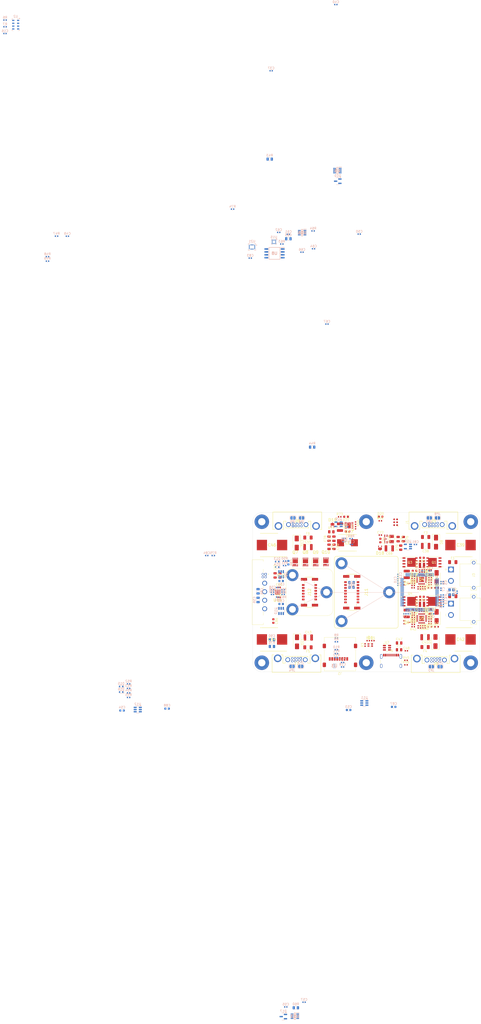
<source format=kicad_pcb>
(kicad_pcb (version 20241229) (generator "pcbnew") (generator_version "9.0")
  (layers (0 "F.Cu" signal) (4 "In1.Cu" signal) (6 "In2.Cu" signal) (8 "In3.Cu" signal) (10 "In4.Cu" signal) (2 "B.Cu" signal) (13 "F.Paste" user) (15 "B.Paste" user) (5 "F.SilkS" user "F.Silkscreen") (7 "B.SilkS" user "B.Silkscreen") (1 "F.Mask" user) (3 "B.Mask" user) (25 "Edge.Cuts" user))
  (net 0 "")
  (net 1 "GND")
  (net 2 "+3V3")
  (net 3 "/Power Input/BAT2_IN")
  (net 4 "+VBAT")
  (net 5 "/Power Input/BAT1_IN")
  (net 6 "Net-(U4-UVLO)")
  (net 7 "/Processor/NRST")
  (net 8 "/Processor/VCAP1")
  (net 9 "/Processor/VCAP2")
  (net 10 "+VMUX")
  (net 11 "/Processor/VDDA")
  (net 12 "+5V")
  (net 13 "Net-(J1-SWCLK)")
  (net 14 "Net-(J1-SWDIO)")
  (net 16 "Net-(J2-DAT3{slash}CD)")
  (net 17 "Net-(J2-CMD)")
  (net 18 "Net-(J2-DAT1)")
  (net 19 "Net-(J2-DAT0)")
  (net 20 "Net-(J2-DAT2)")
  (net 21 "Net-(J2-CLK)")
  (net 22 "Net-(U1-VREF+)")
  (net 23 "Net-(U5-UVLO)")
  (net 24 "Net-(U4-C)")
  (net 25 "Net-(U4-CAP)")
  (net 26 "Net-(U5-CAP)")
  (net 27 "Net-(U5-C)")
  (net 28 "Net-(U4-CS-)")
  (net 29 "Net-(U4-CS+)")
  (net 30 "Net-(U4-ISCP)")
  (net 31 "Net-(U5-CS-)")
  (net 32 "Net-(U11-VCAP)")
  (net 33 "+12V_RKT")
  (net 34 "Net-(U12-VCAP)")
  (net 35 "Net-(U5-CS+)")
  (net 36 "Net-(U5-ISCP)")
  (net 37 "/RocketCAN/RKT_5V_OUT")
  (net 38 "Net-(C31-Pad1)")
  (net 39 "Net-(U4-TMR)")
  (net 40 "Net-(U5-TMR)")
  (net 41 "Net-(U9-VCAP)")
  (net 42 "Net-(U10-VCAP)")
  (net 43 "Net-(U14-DVDT)")
  (net 44 "Net-(U14-ITIMER)")
  (net 45 "Net-(U15-C1)")
  (net 46 "Net-(D1-RK)")
  (net 47 "Net-(D1-BK)")
  (net 48 "Net-(D1-GK)")
  (net 49 "/Power Input/VSENS_BAT1")
  (net 50 "/Power Input/VSENS_BAT2")
  (net 51 "/Barometer/BAR_SCL")
  (net 52 "/Barometer/BAR_SDA")
  (net 53 "/Power Muxing/VSENS_CHG")
  (net 54 "/Flash/FLASH_IO0")
  (net 55 "/Flash/FLASH_IO3")
  (net 56 "/Flash/FLASH_IO1")
  (net 57 "/Flash/FLASH_IO2")
  (net 58 "/Flash/FLASH_CLK")
  (net 59 "/Servos/S_CAN_H")
  (net 60 "/Processor/SD_CMD")
  (net 61 "/Servos/S_CAN_L")
  (net 62 "/Power Muxing/VSENS_RKT")
  (net 63 "/Power Input/ISENS_BAT1")
  (net 64 "/RocketCAN/RCAN_H")
  (net 65 "/Processor/SD_D1")
  (net 66 "/RocketCAN/RCAN_L")
  (net 67 "Net-(D21-A)")
  (net 68 "Net-(J5-A1)")
  (net 69 "/Processor/RCC_osc_In")
  (net 70 "Net-(J6-A1)")
  (net 71 "Net-(J7-A1)")
  (net 72 "Net-(J8-A1)")
  (net 73 "Net-(F7-Pad2)")
  (net 74 "Net-(J10-+CHG)")
  (net 75 "Net-(J10-+12V)")
  (net 76 "/Processor/PWM1")
  (net 77 "/Servos/CANH_12")
  (net 78 "/Servos/CANL_12")
  (net 79 "/Processor/SERVO1_RX")
  (net 80 "/Processor/SERVO1_TX")
  (net 81 "/Processor/USB_D+")
  (net 82 "/Servos/CANH_23")
  (net 83 "/Servos/CANL_23")
  (net 84 "/Processor/SERVO2_RX")
  (net 85 "/Processor/PWM2")
  (net 86 "/Processor/SERVO2_TX")
  (net 87 "/Processor/PWM3")
  (net 88 "/Servos/CANL_34")
  (net 89 "/Processor/SERVO3_RX")
  (net 90 "/Servos/CANH_34")
  (net 91 "/Processor/SERVO3_TX")
  (net 92 "/Processor/SERVO4_RX")
  (net 93 "/Processor/PWM4")
  (net 94 "/Processor/SERVO4_TX")
  (net 95 "/Servos/CANL_4")
  (net 96 "/Servos/CANH_4")
  (net 97 "/Processor/SD_D3")
  (net 98 "Net-(J9-CC2)")
  (net 99 "/Processor/SD_D0")
  (net 100 "Net-(J9-D+-PadA6)")
  (net 101 "Net-(J9-D--PadA7)")
  (net 103 "Net-(J9-CC1)")
  (net 109 "/Movella/M_SYNC_IN1")
  (net 110 "/Processor/USB_D-")
  (net 112 "/Movella/MCAN_L")
  (net 115 "/Movella/UART_TXD")
  (net 116 "/Movella/M_SYNC_OUT")
  (net 117 "/Movella/MCAN_H")
  (net 118 "/Movella/UART_RXD")
  (net 121 "/AD Breakout/ADI_SDA")
  (net 122 "/AD Breakout/ADXRS_ST1")
  (net 123 "/Processor/SD_D2")
  (net 124 "/AD Breakout/ADXL_INT")
  (net 125 "/AD Breakout/ADI_SCL")
  (net 126 "/AD Breakout/ADC_INT")
  (net 127 "/AD Breakout/ADXRS_ST2")
  (net 128 "Net-(U18-FB)")
  (net 129 "Net-(U11-GATE)")
  (net 130 "Net-(U12-GATE)")
  (net 131 "Net-(U1-BOOT0)")
  (net 132 "/Processor/SD_CLK")
  (net 133 "/Processor/LED_R")
  (net 134 "+VCHG")
  (net 135 "+5V_USB")
  (net 136 "/Processor/LED_G")
  (net 137 "/Processor/LED_B")
  (net 138 "Net-(U20-IN+)")
  (net 139 "Net-(D20-A)")
  (net 140 "Net-(U4-DGATE)")
  (net 141 "/Power Input/BAT_FLT2")
  (net 142 "Net-(U5-DGATE)")
  (net 143 "/Power Input/BAT_FLT1")
  (net 144 "Net-(U4-HGATE)")
  (net 145 "/Power Input/ISENS_BAT2")
  (net 146 "Net-(Q3-PadD)")
  (net 147 "Net-(Q4-PadD)")
  (net 148 "/Processor/EN_EXT_5V")
  (net 149 "/Magnetometer/MAG_SDA")
  (net 150 "/Magnetometer/MAG_SCL")
  (net 151 "Net-(U5-HGATE)")
  (net 152 "/Power Input/PWR_EN")
  (net 153 "/32G IMU/IMU_SDA")
  (net 154 "/32G IMU/IMU_SCL")
  (net 155 "/Processor/RCAN_RX")
  (net 157 "/Flash/FLASH_CS")
  (net 158 "/Movella/MCAN_STB")
  (net 159 "/Magnetometer/INT_MAG")
  (net 160 "/32G IMU/IMU_INT1")
  (net 161 "/Magnetometer/INT1_MAG_ACCEL")
  (net 162 "/32G IMU/IMU_INT2")
  (net 163 "/Power Rails/ISENS_5V")
  (net 164 "/Processor/RCAN_TX")
  (net 165 "/Power Rails/ISENS_3V3")
  (net 166 "/Power Muxing/VSENS_USB")
  (net 169 "/Processor/S_CAN_STB")
  (net 170 "/Movella/MCAN_TX")
  (net 171 "/Processor/S_CAN_TX")
  (net 173 "/Movella/MCAN_RX")
  (net 174 "/Processor/RCAN_STB")
  (net 175 "/Processor/S_CAN_RX")
  (net 179 "Net-(Q5-D)")
  (net 180 "Net-(U9-GATE)")
  (net 181 "Net-(U10-GATE)")
  (net 182 "Net-(U4-SW)")
  (net 183 "Net-(U5-SW)")
  (net 184 "Net-(U4-OV)")
  (net 185 "Net-(U5-OV)")
  (net 186 "Net-(R27-Pad1)")
  (net 187 "Net-(R28-Pad1)")
  (net 188 "Net-(U4-ILIM)")
  (net 189 "Net-(U5-ILIM)")
  (net 191 "Net-(U14-PGTH)")
  (net 192 "Net-(U14-ILM)")
  (net 193 "Net-(U18-VCC)")
  (net 194 "Net-(F1-Pad2)")
  (net 195 "Net-(F2-Pad2)")
  (net 196 "Net-(U17-BOOT)")
  (net 197 "Net-(U17-SW_1)")
  (net 208 "Net-(U17-FB)")
  (net 211 "Net-(C75-Pad2)")
  (net 212 "Net-(Q6-D)")
  (net 213 "Net-(U17-RT)")
  (net 218 "Net-(C32-Pad1)")
  (net 219 "/Processor/PG_EXT_5V")
  (net 222 "SHIELD")
  (footprint "canardboard:PowerPAK_SO-8_Single" (layer "F.Cu") (at 169.26775 89.013)
    (property "Reference" "Q4")
    (property "Value" "SIR626DP-T1-RE3")
  )
  (footprint "Fuse:Fuse_0805_2012Metric" (layer "F.Cu") (at 112.014 77.597 -90)
    (property "Reference" "F9")
    (property "Value" "3A")
  )
  (footprint "Capacitor_SMD:C_0603_1608Metric" (layer "F.Cu") (at 174.5234 69.8614 180)
    (property "Reference" "C25")
    (property "Value" "0.1uF")
  )
  (footprint "canardboard:G125MH10805M41AD1ADP" (layer "F.Cu") (at 177.688 55.86)
    (property "Reference" "J5")
    (property "Value" "Motor 1" (hide yes))
  )
  (footprint "Capacitor_SMD:C_0402_1005Metric" (layer "F.Cu") (at 176.468 92.8588 -90)
    (property "Reference" "C30")
    (property "Value" "10nF")
  )
  (footprint "canardboard:PowerPAK_SO-8_Single" (layer "F.Cu") (at 179.79575 71.868 180)
    (property "Reference" "Q1")
    (property "Value" "SIR626DP-T1-RE3")
  )
  (footprint "Resistor_SMD:R_0402_1005Metric" (layer "F.Cu") (at 150.876 106.299)
    (property "Reference" "R4")
    (property "Value" "150R")
  )
  (footprint "canardboard:AMASS_XT30PW-M" (layer "F.Cu") (at 197.3 77.5 -90)
    (property "Reference" "J3")
    (property "Value" "XT30PW-M")
  )
  (footprint "Fuse:Fuse_1206_3216Metric" (layer "F.Cu") (at 124.333 60.96)
    (property "Reference" "F6")
    (property "Value" "10A")
  )
  (footprint "canardboard:LM749x0" (layer "F.Cu") (at 174.391 96.5218)
    (property "Reference" "U5")
    (property "Value" "LM749x0" (hide yes))
  )
  (footprint "Resistor_SMD:R_0402_1005Metric" (layer "F.Cu") (at 173.883 100.2248 -90)
    (property "Reference" "R38")
    (property "Value" "30.1k")
  )
  (footprint "canardboard:PowerPAK_SO-8_Single" (layer "F.Cu") (at 179.79575 89.013 180)
    (property "Reference" "Q2")
    (property "Value" "SIR626DP-T1-RE3")
  )
  (footprint "Resistor_SMD:R_0402_1005Metric" (layer "F.Cu") (at 175.915 100.2048 -90)
    (property "Reference" "R34")
    (property "Value" "10k")
  )
  (footprint "Capacitor_SMD:C_0805_2012Metric" (layer "F.Cu") (at 178.1302 93.4938 90)
    (property "Reference" "C32")
    (property "Value" "0.1uF")
  )
  (footprint "Diode_SMD:D_SMA" (layer "F.Cu") (at 180.975 95.631 90)
    (property "Reference" "D3")
    (property "Value" "SMAJ28CA")
  )
  (footprint "MountingHole:MountingHole_3.2mm_M3_Pad" (layer "F.Cu") (at 150 116)
    (property "Reference" "H5" (hide yes))
    (property "Value" "M3")
  )
  (footprint "Resistor_SMD:R_0402_1005Metric" (layer "F.Cu") (at 152.908 106.299)
    (property "Reference" "R5")
    (property "Value" "150R")
  )
  (footprint "Package_TO_SOT_SMD:SOT-23-6" (layer "F.Cu") (at 159.131 109.408)
    (property "Reference" "U7")
    (property "Value" "USBLC6-2SC6")
  )
  (footprint "Resistor_SMD:R_0402_1005Metric" (layer "F.Cu") (at 175.58965 75.6834 -90)
    (property "Reference" "R27")
    (property "Value" "100R")
  )
  (footprint "Resistor_SMD:R_0402_1005Metric" (layer "F.Cu") (at 178.08375 97.776)
    (property "Reference" "R15")
    (property "Value" "100k")
  )
  (footprint "canardboard:Infineon-PG-TSDSON-8" (layer "F.Cu") (at 123.231 71.702)
    (property "Reference" "Q8")
    (property "Value" "BSZ042N06NS" (hide yes))
  )
  (footprint "Fuse:Fuse_0805_2012Metric" (layer "F.Cu") (at 164.445 110.295)
    (property "Reference" "F7")
    (property "Value" "3A")
  )
  (footprint "Capacitor_SMD:C_0603_1608Metric" (layer "F.Cu") (at 174.5234 86.9914 180)
    (property "Reference" "C26")
    (property "Value" "0.1uF")
  )
  (footprint "Capacitor_SMD:C_0805_2012Metric" (layer "F.Cu") (at 178.1302 76.3384 90)
    (property "Reference" "C31")
    (property "Value" "0.1uF")
  )
  (footprint "Resistor_SMD:R_Shunt_Vishay_WSKW0612" (layer "F.Cu") (at 174.53375 89.7346 90)
    (property "Reference" "R30")
    (property "Value" "1mR")
  )
  (footprint "Capacitor_SMD:C_0805_2012Metric" (layer "F.Cu") (at 133.604 65.024 -90)
    (property "Reference" "C79")
    (property "Value" "22uF")
  )
  (footprint "canardboard:A786MW227M1HLAV011" (layer "F.Cu") (at 108.5 64.25 180)
    (property "Reference" "C46")
    (property "Value" "220uF" (hide yes))
  )
  (footprint "Resistor_SMD:R_0805_2012Metric" (layer "F.Cu") (at 134.62 58.42)
    (property "Reference" "R71")
    (property "Value" "5m")
  )
  (footprint "Resistor_SMD:R_0402_1005Metric" (layer "F.Cu") (at 156.21 53.594)
    (property "Reference" "R72")
    (property "Value" "150R")
  )
  (footprint "Capacitor_SMD:C_0603_1608Metric" (layer "F.Cu") (at 171.22085 75.5818 180)
    (property "Reference" "C19")
    (property "Value" "0.1uF")
  )
  (footprint "Capacitor_SMD:C_0402_1005Metric" (layer "F.Cu") (at 173.42 92.8588 90)
    (property "Reference" "C24")
    (property "Value" "0.1uF")
  )
  (footprint "Fuse:Fuse_1206_3216Metric" (layer "F.Cu") (at 188.087 71.755)
    (property "Reference" "F1")
    (property "Value" "20A")
  )
  (footprint "canardboard:Infineon-PG-TSDSON-8" (layer "F.Cu") (at 127.706 71.706)
    (property "Reference" "Q9")
    (property "Value" "BSZ042N06NS" (hide yes))
  )
  (footprint "canardboard:PTVS30VZ1UPAZ" (layer "F.Cu") (at 156.068 65.6154 180)
    (property "Reference" "D18")
    (property "Value" "PTVS30VZ1UPA" (hide yes))
  )
  (footprint "Resistor_SMD:R_0402_1005Metric" (layer "F.Cu") (at 170.6684 78.9654 180)
    (property "Reference" "R18")
    (property "Value" "3.16k")
  )
  (footprint "canardboard:TPS25947xx" (layer "F.Cu") (at 110.989 85 180)
    (property "Reference" "U14")
    (property "Value" "TPS259472" (hide yes))
  )
  (footprint "Resistor_SMD:R_0402_1005Metric" (layer "F.Cu") (at 174.8594 83.0494 -90)
    (property "Reference" "R35")
    (property "Value" "100k")
  )
  (footprint "Diode_SMD:D_SOD-523" (layer "F.Cu") (at 180.975 83.044)
    (property "Reference" "D5")
    (property "Value" "RB520S30T1G")
  )
  (footprint "Diode_SMD:D_SOD-523" (layer "F.Cu") (at 178.054 100.189)
    (property "Reference" "D6")
    (property "Value" "RB520S30T1G")
  )
  (footprint "LED_SMD:LED_0603_1608Metric" (layer "F.Cu") (at 156.337 51.816)
    (property "Reference" "D20")
    (property "Value" "RED")
  )
  (footprint "Resistor_SMD:R_0402_1005Metric" (layer "F.Cu") (at 145.288 54.61 -90)
    (property "Reference" "R66")
    (property "Value" "0R")
  )
  (footprint "Capacitor_SMD:C_0402_1005Metric" (layer "F.Cu") (at 173.55765 75.6834 90)
    (property "Reference" "C23")
    (property "Value" "0.1uF")
  )
  (footprint "Resistor_SMD:R_0402_1005Metric" (layer "F.Cu") (at 170.708 94.0684 180)
    (property "Reference" "R19")
    (property "Value" "100k")
  )
  (footprint "Resistor_SMD:R_0402_1005Metric" (layer "F.Cu") (at 170.6684 76.9534 180)
    (property "Reference" "R17")
    (property "Value" "100k")
  )
  (footprint "Capacitor_SMD:C_0402_1005Metric" (layer "F.Cu") (at 111.633 87.249)
    (property "Reference" "C91")
    (property "Value" "0.1uF")
  )
  (footprint "Resistor_SMD:R_0402_1005Metric" (layer "F.Cu") (at 178.08375 80.631)
    (property "Reference" "R13")
    (property "Value" "100k")
  )
  (footprint "canardboard:PowerPAK_SO-8_Single" (layer "F.Cu") (at 169.26775 71.868)
    (property "Reference" "Q3")
    (property "Value" "SIR626DP-T1-RE3")
  )
  (footprint "canardboard:G125MH10805M41AD1ADP" (layer "F.Cu") (at 121.163 114.061 180)
    (property "Reference" "J7")
    (property "Value" "Motor 3" (hide yes))
  )
  (footprint "Capacitor_SMD:C_0805_2012Metric" (layer "F.Cu") (at 164.03265 61.6374 -90)
    (property "Reference" "C74")
    (property "Value" "22uF")
  )
  (footprint "Diode_SMD:D_SOD-523" (layer "F.Cu") (at 178.054 83.044)
    (property "Reference" "D4")
    (property "Value" "RB520S30T1G")
  )
  (footprint "canhw_footprints:connector_Harwin_G125-MH104M4-04AD000P" (layer "F.Cu") (at 102.2 85 -90)
    (property "Reference" "J10")
    (property "Value" "G125-MH104M4-04AD000P")
  )
  (footprint "Resistor_SMD:R_0402_1005Metric" (layer "F.Cu") (at 170.708 98.102)
    (property "Reference" "R23")
    (property "Value" "100k")
  )
  (footprint "Capacitor_SMD:C_1210_3225Metric" (layer "F.Cu") (at 167.79085 94.3628 -90)
    (property "Reference" "C36")
    (property "Value" "10uF")
  )
  (footprint "canardboard:Infineon-PG-TSDSON-8" (layer "F.Cu") (at 132.207 71.628)
    (property "Reference" "Q10")
    (property "Value" "BSZ042N06NS" (hide yes))
  )
  (footprint "canardboard:microSD_HC_Molex_47219-2001" (layer "F.Cu") (at 138.413 112.224 180)
    (property "Reference" "J2")
    (property "Value" "Micro_SD_Card")
  )
  (footprint "Resistor_SMD:R_0402_1005Metric" (layer "F.Cu") (at 170.70165 99.1126)
    (property "Reference" "R40")
    (property "Value" "100k")
  )
  (footprint "MountingHole:MountingHole_3.2mm_M3_Pad" (layer "F.Cu") (at 104 54)
    (property "Reference" "H3" (hide yes))
    (property "Value" "M3")
  )
  (footprint "Capacitor_SMD:C_1210_3225Metric" (layer "F.Cu") (at 138.43 56.388 -90)
    (property "Reference" "C69")
    (property "Value" "10uF")
  )
  (footprint "Capacitor_SMD:C_0402_1005Metric" (layer "F.Cu") (at 156.21 59.8624)
    (property "Reference" "C72")
    (property "Value" "1uF")
  )
  (footprint "canardboard:A786MW227M1HLAV011" (layer "F.Cu") (at 191.5 105.75)
    (property "Reference" "C42")
    (property "Value" "220uF" (hide yes))
  )
  (footprint "Capacitor_SMD:C_0805_2012Metric" (layer "F.Cu") (at 164.465 107.315)
    (property "Reference" "C47")
    (property "Value" "22uF")
  )
  (footprint "canardboard:1374027" (layer "F.Cu") (at 125 85 -90)
    (property "Reference" "J12")
    (property "Value" "1374027" (hide yes))
  )
  (footprint "canardboard:PTVS30VZ1UPAZ" (layer "F.Cu") (at 135.128 55.408)
    (property "Reference" "D19")
    (property "Value" "PTVS30VZ1UPA" (hide yes))
  )
  (footprint "MountingHole:MountingHole_3.2mm_M3_Pad" (layer "F.Cu") (at 150 54)
    (property "Reference" "H6" (hide yes))
    (property "Value" "M3")
  )
  (footprint "Resistor_SMD:R_0402_1005Metric" (layer "F.Cu") (at 167.511 116.925)
    (property "Reference" "R46")
    (property "Value" "5.1k")
  )
  (footprint "MountingHole:MountingHole_3.2mm_M3_Pad" (layer "F.Cu") (at 196 116)
    (property "Reference" "H1" (hide yes))
    (property "Value" "M3")
  )
  (footprint "Fuse:Fuse_0805_2012Metric" (layer "F.Cu") (at 109.855 77.597 -90)
    (property "Reference" "F8")
    (property "Value" "3A")
  )
  (footprint "Resistor_SMD:R_0402_1005Metric" (layer "F.Cu") (at 170.67625 100.154 180)
    (property "Reference" "R42")
    (property "Value" "10k")
  )
  (footprint "Resistor_SMD:R_0402_1005Metric" (layer "F.Cu") (at 167.511 114.935)
    (property "Reference" "R45")
    (property "Value" "5.1k")
  )
  (footprint "Capacitor_SMD:C_0402_1005Metric" (layer "F.Cu") (at 111.633 82.829)
    (property "Reference" "C60")
    (property "Value" "1uF")
  )
  (footprint "Capacitor_SMD:C_0402_1005Metric" (layer "F.Cu") (at 174.57365 75.6834 -90)
    (property "Reference" "C27")
    (property "Value" "10nF")
  )
  (footprint "Resistor_SMD:R_0402_1005Metric" (layer "F.Cu") (at 178.08575 78.599)
    (property "Reference" "R25")
    (property "Value" "0R")
  )
  (footprint "Diode_SMD:D_SMA" (layer "F.Cu") (at 180.467 106.68 90)
    (property "Reference" "D9")
    (property "Value" "SMAJ28CA")
  )
  (footprint "Diode_SMD:D_SOD-523" (layer "F.Cu") (at 180.975 100.189)
    (property "Reference" "D7")
    (property "Value" "RB520S30T1G")
  )
  (footprint "Resistor_SMD:R_0402_1005Metric" (layer "F.Cu") (at 178.08575 81.647 180)
    (property "Reference" "R14")
    (property "Value" "10k")
  )
  (footprint "Fuse:Fuse_1206_3216Metric" (layer "F.Cu") (at 124.333 109.22 180)
    (property "Reference" "F5")
    (property "Value" "10A")
  )
  (footprint "canardboard:G125MH10805M41AD1ADP" (layer "F.Cu") (at 182.449 114.183 180)
    (property "Reference" "J6")
    (property "Value" "Motor 2" (hide yes))
  )
  (footprint "Capacitor_SMD:C_0402_1005Metric" (layer "F.Cu") (at 172.867 100.2248 -90)
    (property "Reference" "C34")
    (property "Value" "0.1uF")
  )
  (footprint "Resistor_SMD:R_0402_1005Metric" (layer "F.Cu") (at 173.8434 83.0694 -90)
    (property "Reference" "R37")
    (property "Value" "30.1k")
  )
  (footprint "Resistor_SMD:R_0402_1005Metric" (layer "F.Cu") (at 170.708 96.07 180)
    (property "Reference" "R20")
    (property "Value" "3.16k")
  )
  (footprint "canardboard:G125MH10805M41AD1ADP" (layer "F.Cu") (at 117.739 55.87)
    (property "Reference" "J8")
    (property "Value" "Motor 4" (hide yes))
  )
  (footprint "Capacitor_SMD:C_0603_1608Metric" (layer "F.Cu") (at 109.093 97.663 -90)
    (property "Reference" "C86")
    (property "Value" "0.1uF")
  )
  (footprint "Capacitor_SMD:C_0805_2012Metric" (layer "F.Cu") (at 133.604 61.468 90)
    (property "Reference" "C78")
    (property "Value" "22uF")
  )
  (footprint "canardboard:LMR51460" (layer "F.Cu") (at 142.42 55.606 180)
    (property "Reference" "U17")
    (property "Value" "LMR51460" (hide yes))
  )
  (footprint "Capacitor_SMD:C_0402_1005Metric" (layer "F.Cu") (at 176.60565 75.6834 -90)
    (property "Reference" "C28")
    (property "Value" "10nF")
  )
  (footprint "Capacitor_SMD:C_1210_3225Metric" (layer "F.Cu") (at 176.149 64.643 180)
    (property "Reference" "C38")
    (property "Value" "10uF")
  )
  (footprint "LED_SMD:LED_0603_1608Metric" (layer "F.Cu") (at 141.097 51.816 180)
    (property "Reference" "D21")
    (property "Value" "RED")
  )
  (footprint "Capacitor_SMD:C_1210_3225Metric" (layer "F.Cu") (at 124.333 65.151)
    (property "Reference" "C45")
    (property "Value" "10uF")
  )
  (footprint "canardboard:EAST1616RGBB2" (layer "F.Cu") (at 151.765 108.204)
    (property "Reference" "D1")
    (property "Value" "LED_RGBA" (hide yes))
  )
  (footprint "Capacitor_SMD:C_1210_3225Metric" (layer "F.Cu") (at 124.46 104.902)
    (property "Reference" "C43")
    (property "Value" "10uF")
  )
  (footprint "Capacitor_SMD:C_0805_2012Metric" (layer "F.Cu") (at 135.763 61.468 90)
    (property "Reference" "C77")
    (property "Value" "22uF")
  )
  (footprint "Diode_SMD:D_SMA" (layer "F.Cu") (at 119.38 63.373 -90)
    (property "Reference" "D12")
    (property "Value" "SMAJ28CA")
  )
  (footprint "Capacitor_SMD:C_0603_1608Metric" (layer "F.Cu") (at 171.26045 92.6968 180)
    (property "Reference" "C20")
    (property "Value" "0.1uF")
  )
  (footprint "Resistor_SMD:R_0402_1005Metric" (layer "F.Cu") (at 178.08575 96.745)
    (property "Reference" "R32")
    (property "Value" "10R")
  )
  (footprint "canardboard:TPSM33606S3QRDNRQ1" (layer "F.Cu") (at 160.09565 61.595 90)
    (property "Reference" "U18")
    (property "Value" "TPSM33606S3QRDNRQ1")
  )
  (footprint "Resistor_SMD:R_0402_1005Metric" (layer "F.Cu") (at 178.08575 98.792 180)
    (property "Reference" "R16")
    (property "Value" "10k")
  )
  (footprint "Resistor_SMD:R_0402_1005Metric" (layer "F.Cu") (at 170.6684 80.9974)
    (property "Reference" "R21")
    (property "Value" "100k")
  )
  (footprint "Capacitor_SMD:C_0402_1005Metric" (layer "F.Cu") (at 145.288 56.642 90)
    (property "Reference" "C73")
    (property "Value" "0.1uF")
  )
  (footprint "Capacitor_SMD:C_0402_1005Metric" (layer "F.Cu") (at 172.8274 83.0694 -90)
    (property "Reference" "C33")
    (property "Value" "0.1uF")
  )
  (footprint "MountingHole:MountingHole_3.2mm_M3_Pad" (layer "F.Cu") (at 196 54)
    (property "Reference" "H4" (hide yes))
    (property "Value" "M3")
  )
  (footprint "Resistor_SMD:R_0402_1005Metric" (layer "F.Cu") (at 174.899 100.2048 -90)
    (property "Reference" "R36")
    (property "Value" "100k")
  )
  (footprint "Capacitor_SMD:C_0603_1608Metric" (layer "F.Cu") (at 156.21 62.2624 -90)
    (property "Reference" "C70")
    (property "Value" "0.1uF")
  )
  (footprint "Diode_SMD:D_SMA" (layer "F.Cu") (at 180.721 62.992 -90)
    (property "Reference" "D8")
    (property "Value" "SMAJ28CA")
  )
  (footprint "canardboard:A786MW227M1HLAV011" (layer "F.Cu") (at 191.5 64.25)
    (property "Reference" "C39")
    (property "Value" "220uF" (hide yes))
  )
  (footprint "MountingHole:MountingHole_3.2mm_M3_Pad" (layer "F.Cu") (at 104 116)
    (property "Reference" "H2" (hide yes))
    (property "Value" "M3")
  )
  (footprint "Diode_SMD:D_SMA" (layer "F.Cu") (at 180.975 78.486 90)
    (property "Reference" "D2")
    (property "Value" "SMAJ28CA")
  )
  (footprint "Resistor_SMD:R_0402_1005Metric" (layer "F.Cu") (at 175.8754 83.0494 -90)
    (property "Reference" "R33")
    (property "Value" "10k")
  )
  (footprint "Connector_USB:USB_C_Receptacle_GCT_USB4105-xx-A_16P_TopMnt_Horizontal" (layer "F.Cu") (at 160.909 116.332)
    (property "Reference" "J9")
    (property "Value" "USB_C_Receptacle_USB2.0_16P")
  )
  (footprint "canardboard:2N7002W" (layer "F.Cu") (at 167.80605 98.234)
    (property "Reference" "Q6")
    (property "Value" "2N7002W" (hide yes))
  )
  (footprint "Resistor_SMD:R_0402_1005Metric" (layer "F.Cu") (at 170.708 97.086 180)
    (property "Reference" "R24")
    (property "Value" "2.36k")
  )
  (footprint "Resistor_SMD:R_0402_1005Metric" (layer "F.Cu") (at 149.479 108.204 90)
    (property "Reference" "R3")
    (property "Value" "330R")
  )
  (footprint "Fuse:Fuse_1206_3216Metric" (layer "F.Cu") (at 175.895 109.093 180)
    (property "Reference" "F4")
    (property "Value" "10A")
  )
  (footprint "Resistor_SMD:R_0402_1005Metric" (layer "F.Cu") (at 175.452 92.8588 -90)
    (property "Reference" "R28")
    (property "Value" "100R")
  )
  (footprint "Resistor_SMD:R_0402_1005Metric" (layer "F.Cu") (at 170.6684 79.9814 180)
    (property "Reference" "R22")
    (property "Value" "2.36k")
  )
  (footprint "Fuse:Fuse_1206_3216Metric" (layer "F.Cu") (at 176.149 60.706)
    (property "Reference" "F3")
    (property "Value" "10A")
  )
  (footprint "canardboard:2N7002W" (layer "F.Cu") (at 167.81725 81.119)
    (property "Reference" "Q5")
    (property "Value" "2N7002W" (hide yes))
  )
  (footprint "Resistor_SMD:R_0402_1005Metric" (layer "F.Cu") (at 170.66205 82.008)
    (property "Reference" "R39")
    (property "Value" "100k")
  )
  (footprint "Capacitor_SMD:C_0402_1005Metric" (layer "F.Cu") (at 170.6684 77.9694 180)
    (property "Reference" "C21")
    (property "Value" "0.1uF")
  )
  (footprint "canardboard:Movella-1374028" (layer "F.Cu") (at 150 85 -90)
    (property "Reference" "J11")
    (property "Value" "Movella-1374028" (hide yes))
  )
  (footprint "Capacitor_SMD:C_0402_1005Metric" (layer "F.Cu") (at 174.436 92.8588 -90)
    (property "Reference" "C29")
    (property "Value" "10nF")
  )
  (footprint "Resistor_SMD:R_0402_1005Metric" (layer "F.Cu") (at 170.63665 83.0494 180)
    (property "Reference" "R41")
    (property "Value" "10k")
  )
  (footprint "Capacitor_SMD:C_0402_1005Metric" (layer "F.Cu") (at 167.668 110.744)
    (property "Reference" "C48")
    (property "Value" "0.1uF")
  )
  (footprint "Capacitor_SMD:C_1210_3225Metric" (layer "F.Cu") (at 160.147 65.7044 180)
    (property "Reference" "C68")
    (property "Value" "10uF")
  )
  (footprint "Capacitor_SMD:C_1210_3225Metric" (layer "F.Cu") (at 175.895 104.775 180)
    (property "Reference" "C41")
    (property "Value" "10uF")
  )
  (footprint "canardboard:AMASS_XT30PW-M" (layer "F.Cu") (at 197.3 92.5 -90)
    (property "Reference" "J4")
    (property "Value" "XT30PW-M")
  )
  (footprint "canardboard:A786MW227M1HLAV011" (layer "F.Cu") (at 108.5 105.75 180)
    (property "Reference" "C44")
    (property "Value" "220uF" (hide yes))
  )
  (footprint "Resistor_SMD:R_0805_2012Metric" (layer "F.Cu") (at 165.17565 65.405 90)
    (property "Reference" "R70")
    (property "Value" "5m")
  )
  (footprint "Capacitor_SMD:C_0805_2012Metric" (layer "F.Cu") (at 166.31865 61.6374 -90)
    (property "Reference" "C76")
    (property "Value" "22uF")
  )
  (footprint "Fuse:Fuse_1206_3216Metric" (layer "F.Cu") (at 188.087 86.741)
    (property "Reference" "F2")
    (property "Value" "20A")
  )
  (footprint "Capacitor_SMD:C_0603_1608Metric" (layer "F.Cu") (at 141.732 58.293 180)
    (property "Reference" "C71")
    (property "Value" "0.1uF")
  )
  (footprint "canardboard:SRP7050WA" (layer "F.Cu") (at 141.732 63.246 180)
    (property "Reference" "L1")
    (property "Value" "4.7uH" (hide yes))
  )
  (footprint "Capacitor_SMD:C_0805_2012Metric" (layer "F.Cu") (at 135.763 65.024 -90)
    (property "Reference" "C80")
    (property "Value" "22uF")
  )
  (footprint "Capacitor_SMD:C_1210_3225Metric" (layer "F.Cu") (at 167.81725 77.1566 -90)
    (property "Reference" "C35")
    (property "Value" "10uF")
  )
  (footprint "canardboard:LM749x0" (layer "F.Cu") (at 174.3514 79.3664)
    (property "Reference" "U4")
    (property "Value" "LM749x0" (hide yes))
  )
  (footprint "Resistor_SMD:R_Shunt_Vishay_WSKW0612" (layer "F.Cu") (at 174.53375 72.63 90)
    (property "Reference" "R29")
    (property "Value" "1mR")
  )
  (footprint "Resistor_SMD:R_0402_1005Metric" (layer "F.Cu") (at 178.08575 79.615)
    (property "Reference" "R31")
    (property "Value" "10R")
  )
  (footprint "canardboard:Infineon-PG-TSDSON-8" (layer "F.Cu") (at 118.745 71.728)
    (property "Reference" "Q7")
    (property "Value" "BSZ042N06NS" (hide yes))
  )
  (footprint "Connector:Tag-Connect_TC2030-IDC-FP_2x03_P1.27mm_Vertical" (layer "F.Cu") (at 162.941 54.229 90)
    (property "Reference" "J1")
    (property "Value" "TagConnect_TC2030")
  )
  (footprint "Resistor_SMD:R_0402_1005Metric" (layer "F.Cu") (at 138.303 51.816)
    (property "Reference" "R73")
    (property "Value" "330R")
  )
  (footprint "Resistor_SMD:R_0402_1005Metric" (layer "F.Cu") (at 178.08575 95.729)
    (property "Reference" "R26")
    (property "Value" "0R")
  )
  (footprint "Capacitor_SMD:C_0402_1005Metric" (layer "F.Cu") (at 170.708 95.074 180)
    (property "Reference" "C22")
    (property "Value" "0.1uF")
  )
  (footprint "Diode_SMD:D_SMA" (layer "F.Cu") (at 119.507 106.807 -90)
    (property "Reference" "D11")
    (property "Value" "SMAJ28CA")
  )
  (footprint "Resistor_SMD:R_0402_1005Metric" (layer "B.Cu") (at 108.712 84.963 180)
    (property "Reference" "R58")
    (property "Value" "681R")
  )
  (footprint "Capacitor_SMD:C_0402_1005Metric" (layer "B.Cu") (at 146.9075 -72.48 180)
    (property "Reference" "C50")
    (property "Value" "0.1uF")
  )
  (footprint "canardboard:TCAN3413DDFR" (layer "B.Cu") (at 137.2775 -100.385 180)
    (property "Reference" "U6")
    (property "Value" "TCAN3413DDFR" (hide yes))
  )
  (footprint "Capacitor_SMD:C_0603_1608Metric" (layer "B.Cu") (at 42.4635 137.011 180)
    (property "Reference" "C54")
    (property "Value" "0.1uF")
  )
  (footprint "Resistor_SMD:R_0402_1005Metric" (layer "B.Cu") (at 45.3535 131.261 180)
    (property "Reference" "R55")
    (property "Value" "100k")
  )
  (footprint "Capacitor_SMD:C_0402_1005Metric" (layer "B.Cu") (at -9.07 -160.66 180)
    (property "Reference" "C16")
    (property "Value" "0.1uF")
  )
  (footprint "Jumper:SolderJumper-2_P1.3mm_Open_RoundedPad1.0x1.5mm" (layer "B.Cu") (at 121.173 117.602 180)
    (property "Reference" "JP3")
    (property "Value" "SolderJumper_2_Open")
  )
  (footprint "Capacitor_SMD:C_0402_1005Metric" (layer "B.Cu") (at 79.76 68.871 180)
    (property "Reference" "C84")
    (property "Value" "0.1uF")
  )
  (footprint "canardboard:MX25L25645GM2I-08G" (layer "B.Cu") (at 109.601 -64.008 180)
    (property "Reference" "U8")
    (property "Value" "MX25L25645GM2I-08G" (hide yes))
  )
  (footprint "Capacitor_SMD:C_0603_1608Metric" (layer "B.Cu") (at 112.522 80.04)
    (property "Reference" "C51")
    (property "Value" "0.1uF")
  )
  (footprint "Resistor_SMD:R_0402_1005Metric" (layer "B.Cu") (at 112.8175 -68.11 180)
    (property "Reference" "R63")
    (property "Value" "1k")
  )
  (footprint "Jumper:SolderJumper-2_P1.3mm_Open_RoundedPad1.0x1.5mm" (layer "B.Cu") (at 117.333 117.602)
    (property "Reference" "JP4")
    (property "Value" "SolderJumper_2_Open")
  )
  (footprint "Diode_SMD:D_SOD-523" (layer "B.Cu") (at 42.0785 128.891 180)
    (property "Reference" "D16")
    (property "Value" "RB520S30T1G")
  )
  (footprint "Resistor_SMD:R_0402_1005Metric" (layer "B.Cu") (at 9.64 -60.57 180)
    (property "Reference" "R49")
    (property "Value" "10k")
  )
  (footprint "Resistor_SMD:R_0402_1005Metric" (layer "B.Cu") (at 91.1275 -83.45 180)
    (property "Reference" "R74")
    (property "Value" "1k")
  )
  (footprint "Jumper:SolderJumper-2_P1.3mm_Open_RoundedPad1.0x1.5mm" (layer "B.Cu") (at 117.729 52.324)
    (property "Reference" "JP5")
    (property "Value" "SolderJumper_2_Open")
  )
  (footprint "Capacitor_SMD:C_0402_1005Metric" (layer "B.Cu") (at 126.78 -66.02 180)
    (property "Reference" "C64")
    (property "Value" "220nF")
  )
  (footprint "Resistor_SMD:R_0402_1005Metric" (layer "B.Cu") (at 175.076 75.565 180)
    (property "Reference" "R2")
    (property "Value" "10k")
  )
  (footprint "Capacitor_SMD:C_0603_1608Metric" (layer "B.Cu") (at 162.065 135.407 180)
    (property "Reference" "C87")
    (property "Value" "0.1uF")
  )
  (footprint "Resistor_SMD:R_0805_2012Metric" (layer "B.Cu") (at 143.51 82.804 180)
    (property "Reference" "R65")
    (property "Value" "120R")
  )
  (footprint "Capacitor_SMD:C_0805_2012Metric" (layer "B.Cu") (at 143.51 80.772)
    (property "Reference" "C65")
    (property "Value" "22uF")
  )
  (footprint "Resistor_SMD:R_0402_1005Metric" (layer "B.Cu") (at 13.63 -71.57 180)
    (property "Reference" "R47")
    (property "Value" "10k")
  )
  (footprint "Capacitor_SMD:C_0402_1005Metric" (layer "B.Cu") (at 132.7 -32.92 180)
    (property "Reference" "C67")
    (property "Value" "0.1uF")
  )
  (footprint "canardboard:TCAN3413DDFR" (layer "B.Cu") (at 121.7675 -73.095 180)
    (property "Reference" "U16")
    (property "Value" "TCAN3413DDFR" (hide yes))
  )
  (footprint "Jumper:SolderJumper-2_P1.3mm_Open_RoundedPad1.0x1.5mm" (layer "B.Cu") (at 181.371 52.324 180)
    (property "Reference" "JP8")
    (property "Value" "SolderJumper_2_Open")
  )
  (footprint "Capacitor_SMD:C_0402_1005Metric" (layer "B.Cu") (at 115.7075 -72.39 180)
    (property "Reference" "C61")
    (property "Value" "0.1uF")
  )
  (footprint "Capacitor_SMD:C_0402_1005Metric" (layer "B.Cu") (at 143.482 64.008 180)
    (property "Reference" "C75")
    (property "Value" "33pF")
  )
  (footprint "Capacitor_SMD:C_0402_1005Metric" (layer "B.Cu") (at 182.88 90.765 -90)
    (property "Reference" "C3")
    (property "Value" "1uF")
  )
  (footprint "Resistor_SMD:R_0402_1005Metric" (layer "B.Cu") (at 113.411 84.925 180)
    (property "Reference" "R59")
    (property "Value" "100k")
  )
  (footprint "Package_TO_SOT_SMD:SOT-23-6" (layer "B.Cu") (at 49.3835 136.591 180)
    (property "Reference" "U12")
    (property "Value" "LM74700")
  )
  (footprint "Package_TO_SOT_SMD:SOT-23-6" (layer "B.Cu") (at 112.522 77.089 90)
    (property "Reference" "U9")
    (property "Value" "LM74700")
  )
  (footprint "Capacitor_SMD:C_0402_1005Metric" (layer "B.Cu") (at 122.6295 265.262 180)
    (property "Reference" "C57")
    (property "Value" "0.1uF")
  )
  (footprint "Capacitor_SMD:C_0402_1005Metric" (layer "B.Cu") (at 163.957 77.597 90)
    (property "Reference" "C12")
    (property "Value" "2.2uF")
  )
  (footprint "Jumper:SolderJumper-2_P1.3mm_Open_RoundedPad1.0x1.5mm" (layer "B.Cu") (at 178.674 117.729)
    (property "Reference" "JP2")
    (property "Value" "SolderJumper_2_Open")
  )
  (footprint "Capacitor_SMD:C_0603_1608Metric" (layer "B.Cu") (at 62.3015 136.179 180)
    (property "Reference" "C88")
    (property "Value" "0.1uF")
  )
  (footprint "Capacitor_SMD:C_0402_1005Metric" (layer "B.Cu") (at 139.573 115.886 180)
    (property "Reference" "C17")
    (property "Value" "2.2uF")
  )
  (footprint "Capacitor_SMD:C_0805_2012Metric" (layer "B.Cu") (at 102.362 84.582 90)
    (property "Reference" "C89")
    (property "Value" "22uF")
  )
  (footprint "Capacitor_SMD:C_0402_1005Metric" (layer "B.Cu") (at 182.88 86.701 -90)
    (property "Reference" "C1")
    (property "Value" "0.1uF")
  )
  (footprint "Resistor_SMD:R_0402_1005Metric" (layer "B.Cu") (at -9.04 -163.64 180)
    (property "Reference" "R7")
    (property "Value" "10k")
  )
  (footprint "Resistor_SMD:R_0402_1005Metric" (layer "B.Cu") (at 183.896 86.701 90)
    (property "Reference" "R1")
    (property "Value" "10k")
  )
  (footprint "Capacitor_SMD:C_0402_1005Metric" (layer "B.Cu") (at 18.41 -71.54 180)
    (property "Reference" "C49")
    (property "Value" "1uF")
  )
  (footprint "Resistor_SMD:R_0402_1005Metric" (layer "B.Cu") (at 9.64 -62.56 180)
    (property "Reference" "R48")
    (property "Value" "10k")
  )
  (footprint "Resistor_SMD:R_0402_1005Metric" (layer "B.Cu") (at -9.04 -166.59 180)
    (property "Reference" "R6")
    (property "Value" "10k")
  )
  (footprint "canardboard:LSM6DSV32XTR" (layer "B.Cu") (at 99.695 -66.802 180)
    (property "Reference" "U21")
    (property "Value" "LSM6DSV32XTR" (hide yes))
  )
  (footprint "Package_LGA:LGA-8_3x5mm_P1.25mm" (layer "B.Cu") (at -4.345 -164.545 180)
    (property "Reference" "U2")
    (property "Value" "MS5611-01BA")
  )
  (footprint "Package_TO_SOT_SMD:SOT-23-6" (layer "B.Cu") (at 112.522 93.218 -90)
    (property "Reference" "U10")
    (property "Value" "LM74700")
  )
  (footprint "Resistor_SMD:R_0402_1005Metric" (layer "B.Cu") (at 114.046 73.279 180)
    (property "Reference" "R51")
    (property "Value" "19.1k")
  )
  (footprint "Package_TO_SOT_SMD:SOT-23-6" (layer "B.Cu") (at 149.147 133.704 180)
    (property "Reference" "U11")
    (property "Value" "LM74700")
  )
  (footprint "Capacitor_SMD:C_0402_1005Metric" (layer "B.Cu") (at 177.927 75.565 180)
    (property "Reference" "C11")
    (property "Value" "0.1uF")
  )
  (footprint "Capacitor_SMD:C_0402_1005Metric" (layer "B.Cu") (at 108.712 85.979 180)
    (property "Reference" "C59")
    (property "Value" "2.2nF")
  )
  (footprint "Resistor_SMD:R_0402_1005Metric" (layer "B.Cu") (at 140.307 61.341)
    (property "Reference" "R67")
    (property "Value" "100k")
  )
  (footprint "Capacitor_SMD:C_0402_1005Metric" (layer "B.Cu") (at 182.88 80.772 90)
    (property "Reference" "C6")
    (property "Value" "0.1uF")
  )
  (footprint "Resistor_SMD:R_0402_1005Metric" (layer "B.Cu") (at 136.857 106.777 180)
    (property "Reference" "R9")
    (property "Value" "10k")
  )
  (footprint "Resistor_SMD:R_0402_1005Metric" (layer "B.Cu") (at 110.998 87.122)
    (property "Reference" "R61")
    (property "Value" "100k")
  )
  (footprint "Jumper:SolderJumper-2_P1.3mm_Open_RoundedPad1.0x1.5mm" (layer "B.Cu") (at 121.554 52.324)
    (property "Reference" "JP6")
    (property "Value" "SolderJumper_2_Open")
  )
  (footprint "Resistor_SMD:R_0805_2012Metric" (layer "B.Cu") (at 118.9895 267.712 180)
    (property "Reference" "R60")
    (property "Value" "120R")
  )
  (footprint "Capacitor_SMD:C_0402_1005Metric" (layer "B.Cu") (at 98.9375 -61.92 180)
    (property "Reference" "C83")
    (property "Value" "0.1uF")
  )
  (footprint "Capacitor_SMD:C_0402_1005Metric" (layer "B.Cu") (at 108.1275 -144.29 180)
    (property "Reference" "C37")
    (property "Value" "0.1uF")
  )
  (footprint "Resistor_SMD:R_0805_2012Metric" (layer "B.Cu") (at 126.182 21.191 180)
    (property "Reference" "R44")
    (property "Value" "120R")
  )
  (footprint "Capacitor_SMD:C_0805_2012Metric" (layer "B.Cu") (at 102.362 88.392 -90)
    (property "Reference" "C56")
    (property "Value" "22uF")
  )
  (footprint "Resistor_SMD:R_0402_1005Metric" (layer "B.Cu") (at 114.046 71.289 180)
    (property "Reference" "R50")
    (property "Value" "100k")
  )
  (footprint "Capacitor_SMD:C_0402_1005Metric" (layer "B.Cu") (at 139.573 117.856 180)
    (property "Reference" "C18")
    (property "Value" "0.1uF")
  )
  (footprint "Capacitor_SMD:C_0402_1005Metric" (layer "B.Cu") (at 108.712 83.947 180)
    (property "Reference" "C58")
    (property "Value" "2.2nF")
  )
  (footprint "Package_TO_SOT_SMD:SOT-23" (layer "B.Cu") (at 137.4475 -95.735 180)
    (property "Reference" "D10")
    (property "Value" "ESDCAN01-2BLY")
  )
  (footprint "Capacitor_SMD:C_0805_2012Metric" (layer "B.Cu") (at 115.7075 -70.42 180)
    (property "Reference" "C63")
    (property "Value" "22uF")
  )
  (footprint "canardboard:EMIF06HSD03F3" (layer "B.Cu") (at 135.982 117.402 180)
    (property "Reference" "U3")
    (property "Value" "EMIF06-HSD03F3" (hide yes))
  )
  (footprint "Capacitor_SMD:C_0402_1005Metric" (layer "B.Cu") (at 136.605 -173.395 180)
    (property "Reference" "C40")
    (property "Value" "0.1uF")
  )
  (footprint "Capacitor_SMD:C_0402_1005Metric" (layer "B.Cu") (at 163.957 79.53 -90)
    (property "Reference" "C10")
    (property "Value" "0.1uF")
  )
  (footprint "Resistor_SMD:R_0402_1005Metric" (layer "B.Cu") (at 113.411 83.947)
    (property "Reference" "R57")
    (property "Value" "34k")
  )
  (footprint "Resistor_SMD:R_0402_1005Metric" (layer "B.Cu") (at 143.355 61.468 180)
    (property "Reference" "R69")
    (property "Value" "1k")
  )
  (footprint "Resistor_SMD:R_0402_1005Metric" (layer "B.Cu") (at 126.5975 -73.87 180)
    (property "Reference" "R64")
    (property "Value" "1k")
  )
  (footprint "Resistor_SMD:R_0402_1005Metric" (layer "B.Cu") (at 110.998 82.931)
    (property "Reference" "R56")
    (property "Value" "100k")
  )
  (footprint "Resistor_SMD:R_0402_1005Metric" (layer "B.Cu") (at 136.857 112.027 180)
    (property "Reference" "R11")
    (property "Value" "10k")
  )
  (footprint "Resistor_SMD:R_0805_2012Metric" (layer "B.Cu") (at 107.4875 -105.44 180)
    (property "Reference" "R43")
    (property "Value" "120R")
  )
  (footprint "Resistor_SMD:R_0402_1005Metric" (layer "B.Cu") (at 45.3535 129.271 180)
    (property "Reference" "R54")
    (property "Value" "100k")
  )
  (footprint "Capacitor_SMD:C_0805_2012Metric" (layer "B.Cu") (at 108.438 105.859 180)
    (property "Reference" "C90")
    (property "Value" "0.1uF")
  )
  (footprint "Resistor_SMD:R_0402_1005Metric" (layer "B.Cu") (at 45.3535 127.281 180)
    (property "Reference" "R53")
    (property "Value" "19.1k")
  )
  (footprint "Capacitor_SMD:C_0402_1005Metric" (layer "B.Cu") (at 182.88 83.693 90)
    (property "Reference" "C7")
    (property "Value" "0.1uF")
  )
  (footprint "canardboard:TCAN3413DDFR" (layer "B.Cu") (at 118.5695 271.437 180)
    (property "Reference" "U13")
    (property "Value" "TCAN3413DDFR" (hide yes))
  )
  (footprint "Capacitor_SMD:C_0603_1608Metric" (layer "B.Cu") (at 112.522 90.17 180)
    (property "Reference" "C52")
    (property "Value" "0.1uF")
  )
  (footprint "Package_LGA:LGA-12_2x2mm_P0.5mm" (layer "B.Cu") (at 109.3425 -69.075 180)
    (property "Reference" "U15")
    (property "Value" "LSM303AGR")
  )
  (footprint "Capacitor_SMD:C_0402_1005Metric" (layer "B.Cu") (at 183.951 90.833 -90)
    (property "Reference" "FB1")
    (property "Value" "BLM15AG121SN1D")
  )
  (footprint "Diode_SMD:D_SOD-523" (layer "B.Cu") (at 42.0785 126.441 180)
    (property "Reference" "D15")
    (property "Value" "RB520S30T1G")
  )
  (footprint "Resistor_SMD:R_0402_1005Metric" (layer "B.Cu") (at 45.3535 125.291 180)
    (property "Reference" "R52")
    (property "Value" "100k")
  )
  (footprint "Capacitor_SMD:C_0402_1005Metric" (layer "B.Cu") (at 179.197 94.488)
    (property "Reference" "C8")
    (property "Value" "0.1uF")
  )
  (footprint "Resistor_SMD:R_0402_1005Metric" (layer "B.Cu") (at 136.857 110.277 180)
    (property "Reference" "R10")
    (property "Value" "10k")
  )
  (footprint "Capacitor_SMD:C_0402_1005Metric" (layer "B.Cu") (at 168.91 94.488 180)
    (property "Reference" "C2")
    (property "Value" "2.2uF")
  )
  (footprint "Resistor_SMD:R_0805_2012Metric" (layer "B.Cu") (at 108.458 108.839 180)
    (property "Reference" "R76")
    (property "Value" "1M")
  )
  (footprint "Capacitor_SMD:C_0402_1005Metric" (layer "B.Cu") (at 114.5595 267.342 180)
    (property "Reference" "C55")
    (property "Value" "0.1uF")
  )
  (footprint "Capacitor_SMD:C_0402_1005Metric" (layer "B.Cu") (at 183.896 80.772 90)
    (property "Reference" "C5")
    (property "Value" "1uF")
  )
  (footprint "Capacitor_SMD:C_0402_1005Metric" (layer "B.Cu") (at 111.4475 -73.22 180)
    (property "Reference" "C62")
    (property "Value" "0.1uF")
  )
  (footprint "Resistor_SMD:R_0402_1005Metric" (layer "B.Cu") (at 136.857 105.027 180)
    (property "Reference" "R8")
    (property "Value" "10k")
  )
  (footprint "Package_TO_SOT_SMD:SOT-23-5" (layer "B.Cu") (at 168.35065 64.897 180)
    (property "Reference" "U19")
    (property "Value" "INA180A1")
  )
  (footprint "Package_TO_SOT_SMD:SOT-23-5" (layer "B.Cu") (at 137.795 55.118 180)
    (property "Reference" "U20")
    (property "Value" "INA180A1")
  )
  (footprint "Oscillator:Oscillator_SMD_Abracon_ASE-4Pin_3.2x2.5mm" (layer "B.Cu") (at 187.5 85 -90)
    (property "Reference" "X1")
    (property "Value" "ASE-4.000MHZ-L-C-T")
  )
  (footprint "Diode_SMD:D_SOD-523" (layer "B.Cu") (at 110.771 71.519 180)
    (property "Reference" "D13")
    (property "Value" "RB520S30T1G")
  )
  (footprint "Resistor_SMD:R_0402_1005Metric" (layer "B.Cu") (at 113.411 85.941)
    (property "Reference" "R62")
    (property "Value" "43.2k")
  )
  (footprint "Package_TO_SOT_SMD:SOT-23" (layer "B.Cu") (at 113.4895 271.587 180)
    (property "Reference" "D17")
    (property "Value" "ESDCAN01-2BLY")
  )
  (footprint "Capacitor_SMD:C_0603_1608Metric" (layer "B.Cu") (at 115.697 72.009 90)
    (property "Reference" "C85")
    (property "Value" "0.1uF")
  )
  (footprint "Capacitor_SMD:C_0603_1608Metric" (layer "B.Cu") (at 142.227 136.779 180)
    (property "Reference" "C53")
    (property "Value" "0.1uF")
  )
  (footprint "Capacitor_SMD:C_0402_1005Metric" (layer "B.Cu") (at 190 85 -90)
    (property "Reference" "C15")
    (property "Value" "10nF")
  )
  (footprint "Capacitor_SMD:C_0402_1005Metric" (layer "B.Cu") (at 163.957 81.494 90)
    (property "Reference" "C4")
    (property "Value" "2.2uF")
  )
  (footprint "Capacitor_SMD:C_0402_1005Metric" (layer "B.Cu") (at 171.65265 64.008 180)
    (property "Reference" "C81")
    (property "Value" "0.1uF")
  )
  (footprint "Resistor_SMD:R_0402_1005Metric" (layer "B.Cu") (at 136.857 113.777 180)
    (property "Reference" "R12")
    (property "Value" "10k")
  )
  (footprint "Resistor_SMD:R_0402_1005Metric" (layer "B.Cu") (at 82.65 68.881 180)
    (property "Reference" "R75")
    (property "Value" "1k")
  )
  (footprint "Jumper:SolderJumper-2_P1.3mm_Open_RoundedPad1.0x1.5mm" (layer "B.Cu") (at 182.499 117.729 180)
    (property "Reference" "JP1")
    (property "Value" "SolderJumper_2_Open")
  )
  (footprint "Capacitor_SMD:C_0402_1005Metric" (layer "B.Cu") (at 167.005 94.488)
    (property "Reference" "C9")
    (property "Value" "0.1uF")
  )
  (footprint "Capacitor_SMD:C_0402_1005Metric" (layer "B.Cu") (at 182.88 88.733 90)
    (property "Reference" "C14")
    (property "Value" "0.1uF")
  )
  (footprint "Capacitor_SMD:C_0402_1005Metric" (layer "B.Cu") (at 121.7175 -64.52 180)
    (property "Reference" "C66")
    (property "Value" "0.1uF")
  )
  (footprint "Package_QFP:LQFP-100_14x14mm_P0.5mm" (layer "B.Cu") (at 173.5 85 180)
    (property "Reference" "U1")
    (property "Value" "STM32H733VGTx")
  )
  (footprint "Resistor_SMD:R_0402_1005Metric" (layer "B.Cu") (at 140.307 62.738 180)
    (property "Reference" "R68")
    (property "Value" "19.1k")
  )
  (footprint "Diode_SMD:D_SOD-523" (layer "B.Cu") (at 110.771 73.969 180)
    (property "Reference" "D14")
    (property "Value" "RB520S30T1G")
  )
  (footprint "Capacitor_SMD:C_0402_1005Metric" (layer "B.Cu") (at 183.896 88.733 90)
    (property "Reference" "C13")
    (property "Value" "1uF")
  )
  (footprint "Capacitor_SMD:C_0402_1005Metric" (layer "B.Cu") (at 141.351 56.261 180)
    (property "Reference" "C82")
    (property "Value" "0.1uF")
  )
  (footprint "Jumper:SolderJumper-2_P1.3mm_Open_RoundedPad1.0x1.5mm" (layer "B.Cu") (at 177.785 52.324)
    (property "Reference" "JP7")
    (property "Value" "SolderJumper_2_Open")
  )
  (gr_line (start 160.02 85.09) (end 132.461 85.09) (stroke (width 0.1)) (layer "B.SilkS"))
  (gr_line (start 160.02 85.09) (end 138.684 97.917) (stroke (width 0.1)) (layer "B.SilkS"))
  (gr_line (start 160.02 85.09) (end 173.101 85.09) (stroke (width 0.1)) (layer "B.SilkS"))
  (gr_line (start 117.221 77.343) (end 132.461 85.09) (stroke (width 0.1)) (layer "B.SilkS"))
  (gr_line (start 160.02 85.09) (end 139.319 72.136) (stroke (width 0.1)) (layer "B.SilkS"))
  (gr_line (start 132.461 85.09) (end 117.348 92.583) (stroke (width 0.1)) (layer "B.SilkS"))
  (gr_line (start 196 120) (end 104 120) (stroke (width 0.05)) (layer "Edge.Cuts"))
  (gr_arc (start 200 116) (mid 198.828427 118.828427) (end 196 120) (stroke (width 0.05)) (layer "Edge.Cuts"))
  (gr_line (start 100 116) (end 100 54) (stroke (width 0.05)) (layer "Edge.Cuts"))
  (gr_arc (start 104 120) (mid 101.171573 118.828427) (end 100 116) (stroke (width 0.05)) (layer "Edge.Cuts"))
  (gr_arc (start 100 54) (mid 101.171573 51.171573) (end 104 50) (stroke (width 0.05)) (layer "Edge.Cuts"))
  (gr_line (start 104 50) (end 196 50) (stroke (width 0.05)) (layer "Edge.Cuts"))
  (gr_arc (start 196 50) (mid 198.828427 51.171573) (end 200 54) (stroke (width 0.05)) (layer "Edge.Cuts"))
  (gr_line (start 200 54) (end 200 116) (stroke (width 0.05)) (layer "Edge.Cuts"))
)
</source>
